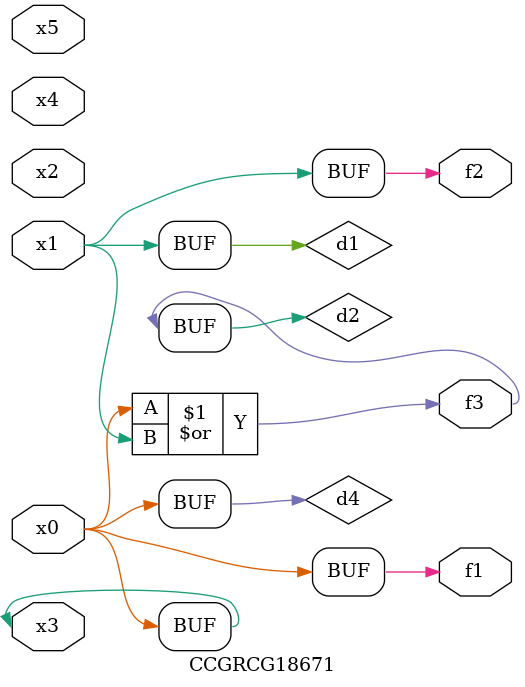
<source format=v>
module CCGRCG18671(
	input x0, x1, x2, x3, x4, x5,
	output f1, f2, f3
);

	wire d1, d2, d3, d4;

	and (d1, x1);
	or (d2, x0, x1);
	nand (d3, x0, x5);
	buf (d4, x0, x3);
	assign f1 = d4;
	assign f2 = d1;
	assign f3 = d2;
endmodule

</source>
